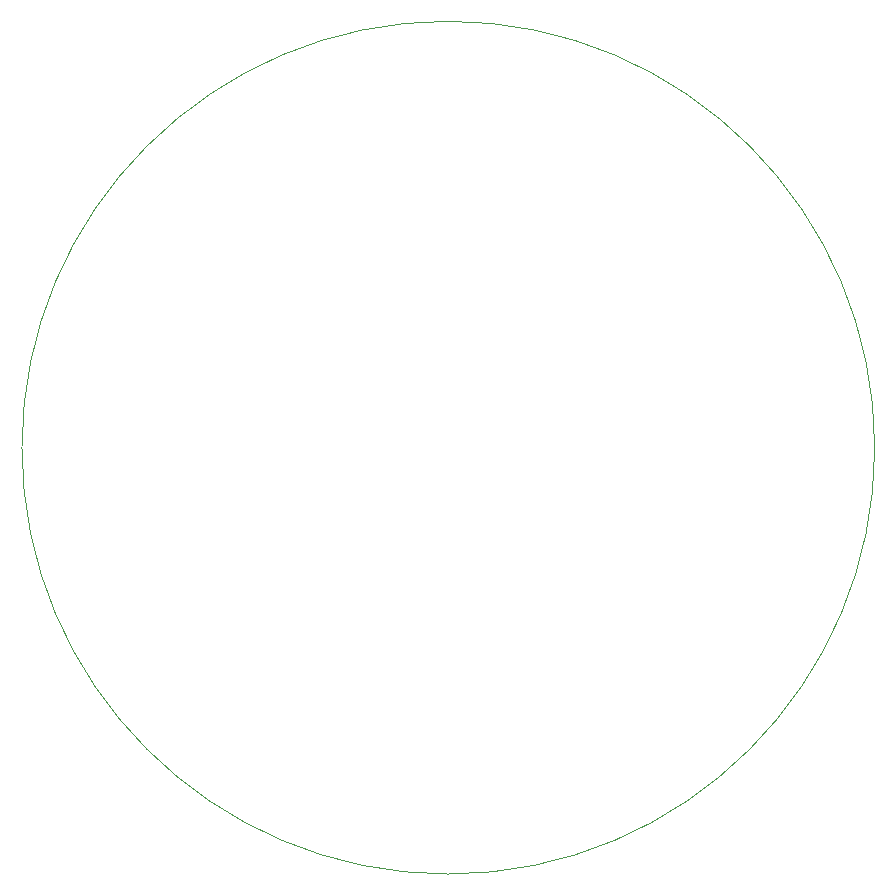
<source format=gbr>
%TF.GenerationSoftware,KiCad,Pcbnew,7.0.7*%
%TF.CreationDate,2023-09-10T14:40:23-07:00*%
%TF.ProjectId,cat-project,6361742d-7072-46f6-9a65-63742e6b6963,rev?*%
%TF.SameCoordinates,Original*%
%TF.FileFunction,Profile,NP*%
%FSLAX46Y46*%
G04 Gerber Fmt 4.6, Leading zero omitted, Abs format (unit mm)*
G04 Created by KiCad (PCBNEW 7.0.7) date 2023-09-10 14:40:23*
%MOMM*%
%LPD*%
G01*
G04 APERTURE LIST*
%TA.AperFunction,Profile*%
%ADD10C,0.100000*%
%TD*%
G04 APERTURE END LIST*
D10*
X223520001Y-63500000D02*
G75*
G03*
X223520001Y-63500000I-36100183J0D01*
G01*
M02*

</source>
